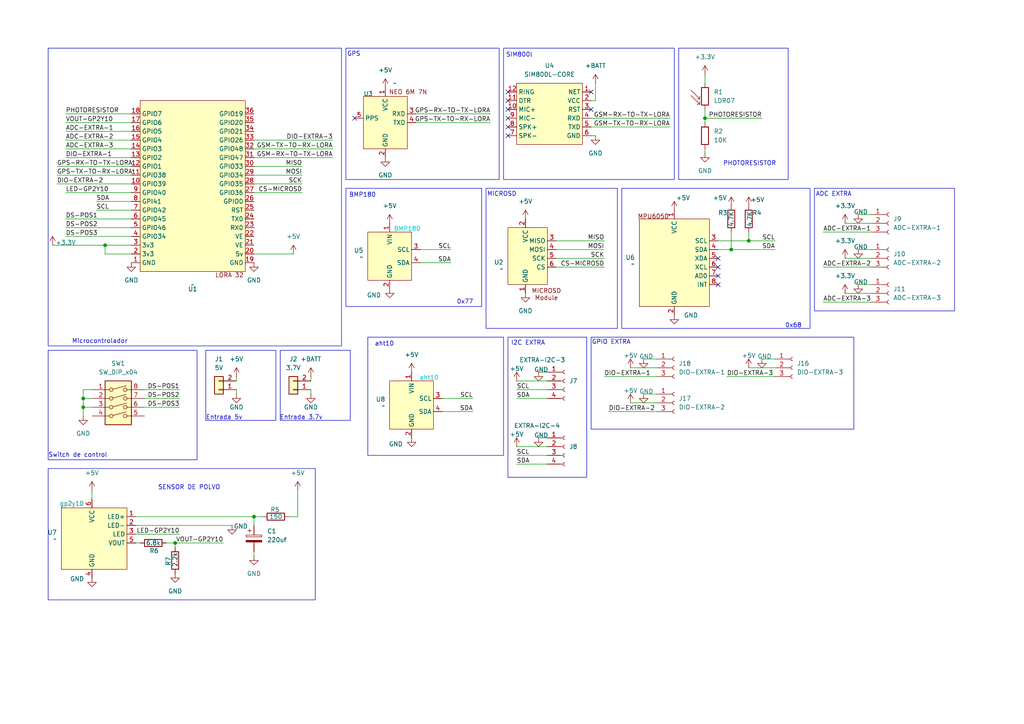
<source format=kicad_sch>
(kicad_sch (version 20231120) (generator "eeschema") (generator_version "8.0")
  (paper "A4")
  (lib_symbols
    (symbol "Connector:Conn_01x03_Socket" (pin_names (offset 1.016) hide)
      (property "Reference" "J" (at 0 5.08 0))
      (property "Value" "Conn_01x03_Socket" (at 0 -5.08 0))
      (symbol "Conn_01x03_Socket_1_1"
        (arc (start 0 -2.032) (mid -0.5058 -2.54) (end 0 -3.048) (stroke (width 0.1524)))
        (polyline (pts (xy -1.27 -2.54) (xy -0.508 -2.54)) (stroke (width 0.1524)))
        (polyline (pts (xy -1.27 0) (xy -0.508 0)) (stroke (width 0.1524)))
        (polyline (pts (xy -1.27 2.54) (xy -0.508 2.54)) (stroke (width 0.1524)))
        (arc (start 0 0.508) (mid -0.5058 0) (end 0 -0.508) (stroke (width 0.1524)))
        (arc (start 0 3.048) (mid -0.5058 2.54) (end 0 2.032) (stroke (width 0.1524)))
        (pin passive line (at -5.08 2.54 0) (length 3.81) (name "Pin_1") (number "1"))
        (pin passive line (at -5.08 0 0) (length 3.81) (name "Pin_2") (number "2"))
        (pin passive line (at -5.08 -2.54 0) (length 3.81) (name "Pin_3") (number "3"))
      )
    )
    (symbol "Connector:Conn_01x04_Socket" (pin_names (offset 1.016) hide)
      (property "Reference" "J" (at 0 5.08 0))
      (property "Value" "Conn_01x04_Socket" (at 0 -7.62 0))
      (symbol "Conn_01x04_Socket_1_1"
        (arc (start 0 -4.572) (mid -0.5058 -5.08) (end 0 -5.588) (stroke (width 0.1524)))
        (arc (start 0 -2.032) (mid -0.5058 -2.54) (end 0 -3.048) (stroke (width 0.1524)))
        (polyline (pts (xy -1.27 -5.08) (xy -0.508 -5.08)) (stroke (width 0.1524)))
        (polyline (pts (xy -1.27 -2.54) (xy -0.508 -2.54)) (stroke (width 0.1524)))
        (polyline (pts (xy -1.27 0) (xy -0.508 0)) (stroke (width 0.1524)))
        (polyline (pts (xy -1.27 2.54) (xy -0.508 2.54)) (stroke (width 0.1524)))
        (arc (start 0 0.508) (mid -0.5058 0) (end 0 -0.508) (stroke (width 0.1524)))
        (arc (start 0 3.048) (mid -0.5058 2.54) (end 0 2.032) (stroke (width 0.1524)))
        (pin passive line (at -5.08 2.54 0) (length 3.81) (name "Pin_1") (number "1"))
        (pin passive line (at -5.08 0 0) (length 3.81) (name "Pin_2") (number "2"))
        (pin passive line (at -5.08 -2.54 0) (length 3.81) (name "Pin_3") (number "3"))
        (pin passive line (at -5.08 -5.08 0) (length 3.81) (name "Pin_4") (number "4"))
      )
    )
    (symbol "Connector_Generic:Conn_01x02" (pin_names (offset 1.016) hide)
      (property "Reference" "J" (at 0 2.54 0))
      (property "Value" "Conn_01x02" (at 0 -5.08 0))
      (symbol "Conn_01x02_1_1"
        (rectangle (start -1.27 -2.413) (end 0 -2.667) (stroke (width 0.1524)))
        (rectangle (start -1.27 0.127) (end 0 -0.127) (stroke (width 0.1524)))
        (rectangle (start -1.27 1.27) (end 1.27 -3.81) (stroke (width 0.254)) (fill (type background)))
        (pin passive line (at -5.08 0 0) (length 3.81) (name "Pin_1") (number "1"))
        (pin passive line (at -5.08 -2.54 0) (length 3.81) (name "Pin_2") (number "2"))
      )
    )
    (symbol "Device:C_Polarized" (pin_numbers hide) (pin_names (offset 0.254))
      (property "Reference" "C" (at 0.635 2.54 0))
      (property "Value" "C_Polarized" (at 0.635 -2.54 0))
      (symbol "C_Polarized_0_1"
        (rectangle (start -2.286 0.508) (end 2.286 1.016))
        (polyline (pts (xy -1.778 2.286) (xy -0.762 2.286)))
        (polyline (pts (xy -1.27 2.794) (xy -1.27 1.778)))
        (rectangle (start 2.286 -0.508) (end -2.286 -1.016) (fill (type outline)))
      )
      (symbol "C_Polarized_1_1"
        (pin passive line (at 0 3.81 270) (length 2.794) (name "~") (number "1"))
        (pin passive line (at 0 -3.81 90) (length 2.794) (name "~") (number "2"))
      )
    )
    (symbol "Device:R" (pin_numbers hide) (pin_names (offset 0))
      (property "Reference" "R" (at 2.032 0 90))
      (property "Value" "R" (at 0 0 90))
      (symbol "R_0_1"
        (rectangle (start -1.016 -2.54) (end 1.016 2.54) (stroke (width 0.254)))
      )
      (symbol "R_1_1"
        (pin passive line (at 0 3.81 270) (length 1.27) (name "~") (number "1"))
        (pin passive line (at 0 -3.81 90) (length 1.27) (name "~") (number "2"))
      )
    )
    (symbol "Sensor_Optical:LDR07" (pin_numbers hide) (pin_names (offset 0))
      (property "Reference" "R" (at -5.08 0 90))
      (property "Value" "LDR07" (at 1.905 0 90))
      (symbol "LDR07_0_1"
        (rectangle (start -1.016 2.54) (end 1.016 -2.54) (stroke (width 0.254)))
        (polyline (pts (xy -1.524 -2.286) (xy -4.064 0.254)))
        (polyline (pts (xy -1.524 -2.286) (xy -2.286 -2.286)))
        (polyline (pts (xy -1.524 -2.286) (xy -1.524 -1.524)))
        (polyline (pts (xy -1.524 -0.762) (xy -4.064 1.778)))
        (polyline (pts (xy -1.524 -0.762) (xy -2.286 -0.762)))
        (polyline (pts (xy -1.524 -0.762) (xy -1.524 0)))
      )
      (symbol "LDR07_1_1"
        (pin passive line (at 0 3.81 270) (length 1.27) (name "~") (number "1"))
        (pin passive line (at 0 -3.81 90) (length 1.27) (name "~") (number "2"))
      )
    )
    (symbol "Switch:SW_DIP_x04" (pin_names (offset 0) hide)
      (property "Reference" "SW" (at 0 8.89 0))
      (property "Value" "SW_DIP_x04" (at 0 -6.35 0))
      (symbol "SW_DIP_x04_0_0"
        (circle (center -2.032 -2.54) (radius 0.508))
        (circle (center -2.032 0) (radius 0.508))
        (circle (center -2.032 2.54) (radius 0.508))
        (circle (center -2.032 5.08) (radius 0.508))
        (polyline (pts (xy -1.524 -2.3876) (xy 2.3622 -1.3462)))
        (polyline (pts (xy -1.524 0.127) (xy 2.3622 1.1684)))
        (polyline (pts (xy -1.524 2.667) (xy 2.3622 3.7084)))
        (polyline (pts (xy -1.524 5.207) (xy 2.3622 6.2484)))
        (circle (center 2.032 -2.54) (radius 0.508))
        (circle (center 2.032 0) (radius 0.508))
        (circle (center 2.032 2.54) (radius 0.508))
        (circle (center 2.032 5.08) (radius 0.508))
      )
      (symbol "SW_DIP_x04_0_1"
        (rectangle (start -3.81 7.62) (end 3.81 -5.08) (stroke (width 0.254)) (fill (type background)))
      )
      (symbol "SW_DIP_x04_1_1"
        (pin passive line (at -7.62 5.08 0) (length 5.08) (name "~") (number "1"))
        (pin passive line (at -7.62 2.54 0) (length 5.08) (name "~") (number "2"))
        (pin passive line (at -7.62 0 0) (length 5.08) (name "~") (number "3"))
        (pin passive line (at -7.62 -2.54 0) (length 5.08) (name "~") (number "4"))
        (pin passive line (at 7.62 -2.54 180) (length 5.08) (name "~") (number "5"))
        (pin passive line (at 7.62 0 180) (length 5.08) (name "~") (number "6"))
        (pin passive line (at 7.62 2.54 180) (length 5.08) (name "~") (number "7"))
        (pin passive line (at 7.62 5.08 180) (length 5.08) (name "~") (number "8"))
      )
    )
    (symbol "bmp180_module_1"
      (property "Reference" "U8" (at -7.62 -5.3311 0))
      (property "Value" "~" (at -7.62 -7.2362 0))
      (symbol "bmp180_module_1_1_1"
        (rectangle (start -6.35 0) (end 6.35 -13.97) (fill (type background)))
        (text "aht10" (at 5.08 1.016 0) (effects (font (size 1.27 1.27))))
        (pin power_in line (at 0 2.54 270) (length 2.54) (name "VIN") (number "1"))
        (pin power_in line (at 0 -16.51 90) (length 2.54) (name "GND") (number "2"))
        (pin output line (at 8.89 -5.08 180) (length 2.54) (name "SCL") (number "3"))
        (pin bidirectional line (at 8.89 -8.89 180) (length 2.54) (name "SDA") (number "4"))
      )
    )
    (symbol "cansat:GPS_neo_6m_7n"
      (property "Reference" "U" (at -6.096 -5.588 0))
      (symbol "GPS_neo_6m_7n_1_1"
        (rectangle (start -6.35 -6.35) (end 6.35 -21.59) (fill (type background)))
        (text "NEO 6M 7N" (at 6.604 -5.08 0) (effects (font (size 1.27 1.27))))
        (pin power_in line (at 0 -3.81 270) (length 2.54) (name "VCC") (number "1"))
        (pin power_in line (at 0 -24.13 90) (length 2.54) (name "GND") (number "2"))
        (pin input line (at 8.89 -11.43 180) (length 2.54) (name "RXD") (number "3"))
        (pin output line (at 8.89 -13.97 180) (length 2.54) (name "TXD") (number "4"))
        (pin output line (at -8.89 -12.7 0) (length 2.54) (name "PPS") (number "5"))
      )
    )
    (symbol "cansat:LORA32"
      (property "Reference" "U" (at -0.254 0.254 0))
      (symbol "LORA32_1_1"
        (rectangle (start -1.27 -1.27) (end 29.21 -50.8) (fill (type background)))
        (text "LORA 32" (at 24.638 -0.254 0) (effects (font (size 1.27 1.27))))
        (pin power_in line (at -3.81 -3.81 0) (length 2.54) (name "GND") (number "1"))
        (pin bidirectional line (at -3.81 -26.67 0) (length 2.54) (name "GPIO39") (number "10"))
        (pin bidirectional line (at -3.81 -29.21 0) (length 2.54) (name "GPIO38") (number "11"))
        (pin bidirectional line (at -3.81 -31.75 0) (length 2.54) (name "GPIO1") (number "12"))
        (pin bidirectional line (at -3.81 -34.29 0) (length 2.54) (name "GPIO2") (number "13"))
        (pin bidirectional line (at -3.81 -36.83 0) (length 2.54) (name "GPIO3") (number "14"))
        (pin bidirectional line (at -3.81 -39.37 0) (length 2.54) (name "GPIO4") (number "15"))
        (pin bidirectional line (at -3.81 -41.91 0) (length 2.54) (name "GPIO5") (number "16"))
        (pin bidirectional line (at -3.81 -44.45 0) (length 2.54) (name "GPIO6") (number "17"))
        (pin bidirectional line (at -3.81 -46.99 0) (length 2.54) (name "GPIO7") (number "18"))
        (pin power_in line (at 31.75 -3.81 180) (length 2.54) (name "GND") (number "19"))
        (pin power_in line (at -3.81 -6.35 0) (length 2.54) (name "3v3") (number "2"))
        (pin power_in line (at 31.75 -6.35 180) (length 2.54) (name "5v") (number "20"))
        (pin power_in line (at 31.75 -8.89 180) (length 2.54) (name "VE") (number "21"))
        (pin power_in line (at 31.75 -11.43 180) (length 2.54) (name "VE") (number "22"))
        (pin bidirectional line (at 31.75 -13.97 180) (length 2.54) (name "RX0") (number "23"))
        (pin bidirectional line (at 31.75 -16.51 180) (length 2.54) (name "TX0") (number "24"))
        (pin input line (at 31.75 -19.05 180) (length 2.54) (name "RST") (number "25"))
        (pin bidirectional line (at 31.75 -21.59 180) (length 2.54) (name "GPIO0") (number "26"))
        (pin bidirectional line (at 31.75 -24.13 180) (length 2.54) (name "GPIO36") (number "27"))
        (pin bidirectional line (at 31.75 -26.67 180) (length 2.54) (name "GPIO35") (number "28"))
        (pin bidirectional line (at 31.75 -29.21 180) (length 2.54) (name "GPIO34") (number "29"))
        (pin power_in line (at -3.81 -8.89 0) (length 2.54) (name "3v3") (number "3"))
        (pin bidirectional line (at 31.75 -31.75 180) (length 2.54) (name "GPIO33") (number "30"))
        (pin bidirectional line (at 31.75 -34.29 180) (length 2.54) (name "GPIO47") (number "31"))
        (pin bidirectional line (at 31.75 -36.83 180) (length 2.54) (name "GPIO48") (number "32"))
        (pin bidirectional line (at 31.75 -39.37 180) (length 2.54) (name "GPIO26") (number "33"))
        (pin bidirectional line (at 31.75 -41.91 180) (length 2.54) (name "GPIO21") (number "34"))
        (pin bidirectional line (at 31.75 -44.45 180) (length 2.54) (name "GPIO20") (number "35"))
        (pin bidirectional line (at 31.75 -46.99 180) (length 2.54) (name "GPIO19") (number "36"))
        (pin bidirectional line (at -3.81 -11.43 0) (length 2.54) (name "GPIO34") (number "4"))
        (pin bidirectional line (at -3.81 -13.97 0) (length 2.54) (name "GPIO46") (number "5"))
        (pin bidirectional line (at -3.81 -16.51 0) (length 2.54) (name "GPIO45") (number "6"))
        (pin bidirectional line (at -3.81 -19.05 0) (length 2.54) (name "GPIO42") (number "7"))
        (pin bidirectional line (at -3.81 -21.59 0) (length 2.54) (name "GPI41") (number "8"))
        (pin bidirectional line (at -3.81 -24.13 0) (length 2.54) (name "GPIO40") (number "9"))
      )
    )
    (symbol "cansat:MPU6050"
      (property "Reference" "U" (at 8.382 -1.016 0))
      (symbol "MPU6050_1_1"
        (rectangle (start -6.35 -2.54) (end 13.97 -27.94) (fill (type background)))
        (text "MPU6050" (at -2.286 -1.778 0) (effects (font (size 1.27 1.27))))
        (pin power_in line (at 3.81 0 270) (length 2.54) (name "VCC") (number "1"))
        (pin power_in line (at 3.81 -30.48 90) (length 2.54) (name "GND") (number "2"))
        (pin bidirectional line (at 16.51 -8.89 180) (length 2.54) (name "SCL") (number "3"))
        (pin bidirectional line (at 16.51 -11.43 180) (length 2.54) (name "SDA") (number "4"))
        (pin bidirectional line (at 16.51 -13.97 180) (length 2.54) (name "XDA") (number "5"))
        (pin bidirectional line (at 16.51 -16.51 180) (length 2.54) (name "XCL") (number "6"))
        (pin bidirectional line (at 16.51 -19.05 180) (length 2.54) (name "AD0") (number "7"))
        (pin bidirectional line (at 16.51 -21.59 180) (length 2.54) (name "INT") (number "8"))
      )
    )
    (symbol "cansat:bmp180_module"
      (property "Reference" "U" (at -5.842 1.016 0))
      (symbol "bmp180_module_1_1"
        (rectangle (start -6.35 0) (end 6.35 -13.97) (fill (type background)))
        (text "BMP180" (at 5.08 1.016 0) (effects (font (size 1.27 1.27))))
        (pin power_in line (at 0 2.54 270) (length 2.54) (name "VIN") (number "1"))
        (pin power_in line (at 0 -16.51 90) (length 2.54) (name "GND") (number "2"))
        (pin output line (at 8.89 -5.08 180) (length 2.54) (name "SCL") (number "3"))
        (pin bidirectional line (at 8.89 -8.89 180) (length 2.54) (name "SDA") (number "4"))
      )
    )
    (symbol "cansat:gy210"
      (property "Reference" "U" (at 0 0 0))
      (symbol "gy210_1_1"
        (rectangle (start -8.89 -7.62) (end 10.16 -25.4) (fill (type background)))
        (text "gp2y10" (at -5.842 -6.35 0) (effects (font (size 1.27 1.27))))
        (pin input line (at 12.7 -10.16 180) (length 2.54) (name "LED+") (number "1"))
        (pin input line (at 12.7 -12.7 180) (length 2.54) (name "LED-") (number "2"))
        (pin input line (at 12.7 -15.24 180) (length 2.54) (name "LED") (number "3"))
        (pin power_in line (at 0 -27.94 90) (length 2.54) (name "GND") (number "4"))
        (pin output line (at 12.7 -17.78 180) (length 2.54) (name "VOUT") (number "5"))
        (pin power_in line (at 0 -5.08 270) (length 2.54) (name "VCC") (number "6"))
      )
    )
    (symbol "cansat:microsd"
      (property "Reference" "U" (at -3.302 -1.524 0))
      (symbol "microsd_1_1"
        (rectangle (start -3.81 -2.54) (end 7.62 -19.05) (fill (type background)))
        (text "MICROSD\nModule" (at 7.366 -21.844 0) (effects (font (size 1.27 1.27))))
        (pin power_in line (at 1.27 -21.59 90) (length 2.54) (name "GND") (number "1"))
        (pin power_in line (at 1.27 0 270) (length 2.54) (name "VCC") (number "2"))
        (pin input line (at 10.16 -6.35 180) (length 2.54) (name "MISO") (number "3"))
        (pin input line (at 10.16 -8.89 180) (length 2.54) (name "MOSI") (number "4"))
        (pin input line (at 10.16 -11.43 180) (length 2.54) (name "SCK") (number "5"))
        (pin input line (at 10.16 -13.97 180) (length 2.54) (name "CS") (number "6"))
      )
    )
    (symbol "power:+5V" (power) (pin_numbers hide) (pin_names (offset 0) hide)
      (property "Value" "+5V" (at 0 3.556 0))
      (symbol "+5V_0_1"
        (polyline (pts (xy -0.762 1.27) (xy 0 2.54)))
        (polyline (pts (xy 0 0) (xy 0 2.54)))
        (polyline (pts (xy 0 2.54) (xy 0.762 1.27)))
      )
      (symbol "+5V_1_1"
        (pin power_in line (at 0 0 90) (length 0) (name "~") (number "1"))
      )
    )
    (symbol "power:+BATT" (power) (pin_numbers hide) (pin_names (offset 0) hide)
      (property "Value" "+BATT" (at 0 3.556 0))
      (symbol "+BATT_0_1"
        (polyline (pts (xy -0.762 1.27) (xy 0 2.54)))
        (polyline (pts (xy 0 0) (xy 0 2.54)))
        (polyline (pts (xy 0 2.54) (xy 0.762 1.27)))
      )
      (symbol "+BATT_1_1"
        (pin power_in line (at 0 0 90) (length 0) (name "~") (number "1"))
      )
    )
    (symbol "power:GND" (power) (pin_numbers hide) (pin_names (offset 0) hide)
      (property "Value" "GND" (at 0 -3.81 0))
      (symbol "GND_0_1"
        (polyline (pts (xy 0 0) (xy 0 -1.27) (xy 1.27 -1.27) (xy 0 -2.54) (xy -1.27 -1.27) (xy 0 -1.27)))
      )
      (symbol "GND_1_1"
        (pin power_in line (at 0 0 270) (length 0) (name "~") (number "1"))
      )
    )
    (symbol "sim800l-core:SIM800L-CORE"
      (property "Reference" "U" (at -7.62 8.89 0))
      (property "Value" "SIM800L-CORE" (at 0 -12.7 0))
      (symbol "SIM800L-CORE_0_1"
        (rectangle (start -8.89 7.62) (end 10.16 -10.16) (stroke (width 0.1524)) (fill (type background)))
      )
      (symbol "SIM800L-CORE_1_1"
        (pin bidirectional line (at -11.43 5.08 0) (length 2.54) (name "NET") (number "1"))
        (pin output line (at 12.7 0 180) (length 2.54) (name "MIC+") (number "10"))
        (pin passive line (at 12.7 2.54 180) (length 2.54) (name "DTR") (number "11"))
        (pin output line (at 12.7 5.08 180) (length 2.54) (name "RING") (number "12"))
        (pin power_in line (at -11.43 2.54 0) (length 2.54) (name "VCC") (number "2"))
        (pin input line (at -11.43 0 0) (length 2.54) (name "RST") (number "3"))
        (pin input line (at -11.43 -2.54 0) (length 2.54) (name "RXD") (number "4"))
        (pin output line (at -11.43 -5.08 0) (length 2.54) (name "TXD") (number "5"))
        (pin power_in line (at -11.43 -7.62 0) (length 2.54) (name "GND") (number "6"))
        (pin output line (at 12.7 -7.62 180) (length 2.54) (name "SPK-") (number "7"))
        (pin output line (at 12.7 -5.08 180) (length 2.54) (name "SPK+") (number "8"))
        (pin output line (at 12.7 -2.54 180) (length 2.54) (name "MIC-") (number "9"))
      )
    )
  )
  (junction (at 73.66 149.86))
  (junction (at 24.13 118.11))
  (junction (at 212.09 72.39))
  (junction (at 30.48 71.12))
  (junction (at 24.13 115.57))
  (junction (at 204.47 34.29))
  (junction (at 217.17 69.85))
  (junction (at 50.8 157.48))
  (no_connect (at 147.32 39.37))
  (no_connect (at 171.45 31.75))
  (no_connect (at 208.28 80.01))
  (no_connect (at 208.28 77.47))
  (no_connect (at 102.87 34.29))
  (no_connect (at 147.32 26.67))
  (no_connect (at 147.32 29.21))
  (no_connect (at 147.32 34.29))
  (no_connect (at 208.28 74.93))
  (no_connect (at 147.32 31.75))
  (no_connect (at 147.32 36.83))
  (no_connect (at 171.45 26.67))
  (no_connect (at 208.28 82.55))
  (wire (pts (xy 245.11 64.77) (xy 252.73 64.77)))
  (wire (pts (xy 208.28 72.39) (xy 212.09 72.39)))
  (wire (pts (xy 52.07 115.57) (xy 41.91 115.57)))
  (wire (pts (xy 175.26 109.22) (xy 190.5 109.22)))
  (wire (pts (xy 30.48 73.66) (xy 30.48 71.12)))
  (wire (pts (xy 238.76 87.63) (xy 252.73 87.63)))
  (wire (pts (xy 73.66 73.66) (xy 85.09 73.66)))
  (wire (pts (xy 130.81 72.39) (xy 121.92 72.39)))
  (wire (pts (xy 212.09 72.39) (xy 224.79 72.39)))
  (wire (pts (xy 142.24 35.56) (xy 120.65 35.56)))
  (wire (pts (xy 40.64 157.48) (xy 39.37 157.48)))
  (wire (pts (xy 245.11 74.93) (xy 252.73 74.93)))
  (wire (pts (xy 39.37 152.4) (xy 67.31 152.4)))
  (wire (pts (xy 19.05 55.88) (xy 38.1 55.88)))
  (wire (pts (xy 16.51 50.8) (xy 38.1 50.8)))
  (wire (pts (xy 248.92 72.39) (xy 252.73 72.39)))
  (wire (pts (xy 208.28 69.85) (xy 217.17 69.85)))
  (wire (pts (xy 171.45 39.37) (xy 172.72 39.37)))
  (wire (pts (xy 24.13 115.57) (xy 26.67 115.57)))
  (wire (pts (xy 238.76 77.47) (xy 252.73 77.47)))
  (wire (pts (xy 87.63 50.8) (xy 73.66 50.8)))
  (wire (pts (xy 248.92 62.23) (xy 252.73 62.23)))
  (wire (pts (xy 19.05 38.1) (xy 38.1 38.1)))
  (wire (pts (xy 19.05 66.04) (xy 38.1 66.04)))
  (wire (pts (xy 16.51 48.26) (xy 38.1 48.26)))
  (wire (pts (xy 39.37 149.86) (xy 73.66 149.86)))
  (wire (pts (xy 27.94 60.96) (xy 38.1 60.96)))
  (wire (pts (xy 87.63 48.26) (xy 73.66 48.26)))
  (wire (pts (xy 19.05 68.58) (xy 38.1 68.58)))
  (wire (pts (xy 137.16 119.38) (xy 128.27 119.38)))
  (wire (pts (xy 19.05 63.5) (xy 38.1 63.5)))
  (wire (pts (xy 86.36 142.24) (xy 86.36 149.86)))
  (wire (pts (xy 204.47 34.29) (xy 220.98 34.29)))
  (wire (pts (xy 68.58 114.3) (xy 68.58 113.03)))
  (wire (pts (xy 15.24 71.12) (xy 30.48 71.12)))
  (wire (pts (xy 38.1 73.66) (xy 30.48 73.66)))
  (wire (pts (xy 26.67 142.24) (xy 26.67 144.78)))
  (wire (pts (xy 41.91 113.03) (xy 52.07 113.03)))
  (wire (pts (xy 186.69 104.14) (xy 190.5 104.14)))
  (wire (pts (xy 137.16 115.57) (xy 128.27 115.57)))
  (wire (pts (xy 149.86 134.62) (xy 158.75 134.62)))
  (wire (pts (xy 73.66 161.29) (xy 73.66 160.02)))
  (wire (pts (xy 149.86 113.03) (xy 158.75 113.03)))
  (wire (pts (xy 30.48 71.12) (xy 38.1 71.12)))
  (wire (pts (xy 210.82 109.22) (xy 224.79 109.22)))
  (wire (pts (xy 73.66 149.86) (xy 76.2 149.86)))
  (wire (pts (xy 68.58 109.22) (xy 68.58 110.49)))
  (wire (pts (xy 50.8 157.48) (xy 64.77 157.48)))
  (wire (pts (xy 212.09 67.31) (xy 212.09 72.39)))
  (wire (pts (xy 149.86 129.54) (xy 158.75 129.54)))
  (wire (pts (xy 182.88 116.84) (xy 190.5 116.84)))
  (wire (pts (xy 176.53 119.38) (xy 190.5 119.38)))
  (wire (pts (xy 19.05 43.18) (xy 38.1 43.18)))
  (wire (pts (xy 130.81 76.2) (xy 121.92 76.2)))
  (wire (pts (xy 194.31 36.83) (xy 171.45 36.83)))
  (wire (pts (xy 248.92 82.55) (xy 252.73 82.55)))
  (wire (pts (xy 204.47 34.29) (xy 204.47 31.75)))
  (wire (pts (xy 24.13 118.11) (xy 26.67 118.11)))
  (wire (pts (xy 175.26 69.85) (xy 161.29 69.85)))
  (wire (pts (xy 96.52 45.72) (xy 73.66 45.72)))
  (wire (pts (xy 73.66 152.4) (xy 73.66 149.86)))
  (wire (pts (xy 87.63 53.34) (xy 73.66 53.34)))
  (wire (pts (xy 39.37 154.94) (xy 52.07 154.94)))
  (wire (pts (xy 19.05 35.56) (xy 38.1 35.56)))
  (wire (pts (xy 156.21 107.95) (xy 158.75 107.95)))
  (wire (pts (xy 194.31 34.29) (xy 171.45 34.29)))
  (wire (pts (xy 24.13 113.03) (xy 26.67 113.03)))
  (wire (pts (xy 86.36 149.86) (xy 83.82 149.86)))
  (wire (pts (xy 16.51 53.34) (xy 38.1 53.34)))
  (wire (pts (xy 52.07 118.11) (xy 41.91 118.11)))
  (wire (pts (xy 217.17 67.31) (xy 217.17 69.85)))
  (wire (pts (xy 156.21 127) (xy 158.75 127)))
  (wire (pts (xy 19.05 33.02) (xy 38.1 33.02)))
  (wire (pts (xy 87.63 55.88) (xy 73.66 55.88)))
  (wire (pts (xy 149.86 115.57) (xy 158.75 115.57)))
  (wire (pts (xy 96.52 40.64) (xy 73.66 40.64)))
  (wire (pts (xy 171.45 29.21) (xy 172.72 29.21)))
  (wire (pts (xy 217.17 69.85) (xy 224.79 69.85)))
  (wire (pts (xy 19.05 40.64) (xy 38.1 40.64)))
  (wire (pts (xy 172.72 29.21) (xy 172.72 24.13)))
  (wire (pts (xy 204.47 44.45) (xy 204.47 43.18)))
  (wire (pts (xy 220.98 104.14) (xy 224.79 104.14)))
  (wire (pts (xy 24.13 120.65) (xy 24.13 118.11)))
  (wire (pts (xy 50.8 157.48) (xy 50.8 158.75)))
  (wire (pts (xy 96.52 43.18) (xy 73.66 43.18)))
  (wire (pts (xy 90.17 109.22) (xy 90.17 110.49)))
  (wire (pts (xy 24.13 118.11) (xy 24.13 115.57)))
  (wire (pts (xy 50.8 157.48) (xy 48.26 157.48)))
  (wire (pts (xy 24.13 115.57) (xy 24.13 113.03)))
  (wire (pts (xy 217.17 106.68) (xy 224.79 106.68)))
  (wire (pts (xy 27.94 58.42) (xy 38.1 58.42)))
  (wire (pts (xy 204.47 21.59) (xy 204.47 24.13)))
  (wire (pts (xy 175.26 77.47) (xy 161.29 77.47)))
  (wire (pts (xy 149.86 132.08) (xy 158.75 132.08)))
  (wire (pts (xy 90.17 114.3) (xy 90.17 113.03)))
  (wire (pts (xy 142.24 33.02) (xy 120.65 33.02)))
  (wire (pts (xy 175.26 72.39) (xy 161.29 72.39)))
  (wire (pts (xy 182.88 106.68) (xy 190.5 106.68)))
  (wire (pts (xy 19.05 45.72) (xy 38.1 45.72)))
  (wire (pts (xy 149.86 110.49) (xy 158.75 110.49)))
  (wire (pts (xy 175.26 74.93) (xy 161.29 74.93)))
  (wire (pts (xy 204.47 35.56) (xy 204.47 34.29)))
  (wire (pts (xy 245.11 85.09) (xy 252.73 85.09)))
  (wire (pts (xy 238.76 67.31) (xy 252.73 67.31)))
  (wire (pts (xy 186.69 114.3) (xy 190.5 114.3)))
  (rectangle (start 59.69 101.6) (end 80.01 121.92))
  (rectangle (start 196.85 13.97) (end 228.6 52.07))
  (rectangle (start 81.28 101.6) (end 101.6 121.92))
  (rectangle (start 106.68 97.79) (end 146.05 132.08))
  (rectangle (start 13.97 13.97) (end 99.06 100.33))
  (rectangle (start 140.97 54.61) (end 179.07 95.25))
  (rectangle (start 171.45 97.79) (end 247.65 124.46))
  (rectangle (start 236.22 54.61) (end 276.86 90.17))
  (rectangle (start 147.32 97.79) (end 170.18 138.43))
  (rectangle (start 13.97 135.89) (end 91.44 173.99))
  (rectangle (start 13.97 101.6) (end 57.15 133.35))
  (rectangle (start 180.34 54.61) (end 234.95 95.25))
  (rectangle (start 100.33 13.97) (end 144.78 52.07))
  (rectangle (start 100.33 54.61) (end 139.7 88.9))
  (rectangle (start 146.05 13.97) (end 195.58 52.07))
  (text "SIM800l" (at 150.622 16.002 0) (effects (font (size 1.27 1.27))))
  (text "ADC EXTRA" (at 241.808 56.388 0) (effects (font (size 1.27 1.27))))
  (text "Switch de control\n" (at 22.606 132.08 0) (effects (font (size 1.27 1.27))))
  (text "PHOTORESISTOR" (at 217.424 47.498 0) (effects (font (size 1.27 1.27))))
  (text "aht10" (at 111.506 99.822 0) (effects (font (size 1.27 1.27))))
  (text "SENSOR DE POLVO" (at 54.864 141.478 0) (effects (font (size 1.27 1.27))))
  (text "0x77" (at 134.874 87.63 0) (effects (font (size 1.27 1.27))))
  (text "BMP180" (at 105.156 56.642 0) (effects (font (size 1.27 1.27))))
  (text "Entrada 5v\n" (at 65.024 121.158 0) (effects (font (size 1.27 1.27))))
  (text "GPS" (at 102.616 15.748 0) (effects (font (size 1.27 1.27))))
  (text "GPIO EXTRA" (at 177.292 99.314 0) (effects (font (size 1.27 1.27))))
  (text "0x68" (at 230.124 94.488 0) (effects (font (size 1.27 1.27))))
  (text "Entrada 3.7v\n" (at 87.376 121.158 0) (effects (font (size 1.27 1.27))))
  (text "I2C EXTRA" (at 153.162 99.568 0) (effects (font (size 1.27 1.27))))
  (text "Microcontrolador\n" (at 28.956 99.06 0) (effects (font (size 1.27 1.27))))
  (text "MICROSD" (at 145.542 56.388 0) (effects (font (size 1.27 1.27))))
  (label "SCK" (at 87.63 53.34 180))
  (label "PHOTORESISTOR" (at 19.05 33.02 0))
  (label "SCL" (at 149.86 113.03 0))
  (label "DIO-EXTRA-3" (at 96.52 40.64 180))
  (label "ADC-EXTRA-1" (at 238.76 67.31 0))
  (label "DS-POS1" (at 52.07 113.03 180))
  (label "ADC-EXTRA-2" (at 238.76 77.47 0))
  (label "PHOTORESISTOR" (at 220.98 34.29 180))
  (label "DS-POS3" (at 19.05 68.58 0))
  (label "MOSI" (at 87.63 50.8 180))
  (label "DIO-EXTRA-1" (at 19.05 45.72 0))
  (label "SDA" (at 149.86 115.57 0))
  (label "GSM-TX-TO-RX-LORA" (at 96.52 43.18 180))
  (label "SDA" (at 149.86 134.62 0))
  (label "DS-POS2" (at 19.05 66.04 0))
  (label "DIO-EXTRA-1" (at 175.26 109.22 0))
  (label "SDA" (at 224.79 72.39 180))
  (label "DIO-EXTRA-3" (at 210.82 109.22 0))
  (label "SCL" (at 149.86 132.08 0))
  (label "CS-MICROSD" (at 87.63 55.88 180))
  (label "SDA" (at 130.81 76.2 180))
  (label "DIO-EXTRA-2" (at 176.53 119.38 0))
  (label "GPS-TX-TO-RX-LORA" (at 16.51 50.8 0))
  (label "GSM-RX-TO-TX-LORA" (at 194.31 34.29 180))
  (label "DS-POS2" (at 52.07 115.57 180))
  (label "SCL" (at 130.81 72.39 180))
  (label "GPS-RX-TO-TX-LORA" (at 16.51 48.26 0))
  (label "DS-POS1" (at 19.05 63.5 0))
  (label "MOSI" (at 175.26 72.39 180))
  (label "MISO" (at 87.63 48.26 180))
  (label "SCK" (at 175.26 74.93 180))
  (label "GSM-RX-TO-TX-LORA" (at 96.52 45.72 180))
  (label "SCL" (at 27.94 60.96 0))
  (label "VOUT-GP2Y10" (at 19.05 35.56 0))
  (label "VOUT-GP2Y10" (at 64.77 157.48 180))
  (label "ADC-EXTRA-1" (at 19.05 38.1 0))
  (label "LED-GP2Y10" (at 52.07 154.94 180))
  (label "MISO" (at 175.26 69.85 180))
  (label "ADC-EXTRA-3" (at 19.05 43.18 0))
  (label "GPS-RX-TO-TX-LORA" (at 142.24 33.02 180))
  (label "SCL" (at 224.79 69.85 180))
  (label "ADC-EXTRA-3" (at 238.76 87.63 0))
  (label "SDA" (at 27.94 58.42 0))
  (label "GSM-TX-TO-RX-LORA" (at 194.31 36.83 180))
  (label "CS-MICROSD" (at 175.26 77.47 180))
  (label "DIO-EXTRA-2" (at 16.51 53.34 0))
  (label "DS-POS3" (at 52.07 118.11 180))
  (label "SCL" (at 137.16 115.57 180))
  (label "SDA" (at 137.16 119.38 180))
  (label "GPS-TX-TO-RX-LORA" (at 142.24 35.56 180))
  (label "ADC-EXTRA-2" (at 19.05 40.64 0))
  (label "LED-GP2Y10" (at 19.05 55.88 0))
  (symbol (lib_id "power:+5V") (at 217.17 106.68 0) (unit 1)
    (property "Reference" "#PWR041" (effects (hide yes)))
    (property "Value" "+5V" (at 217.17 103.124 0))
    (property "Description" "Power symbol creates a global label with name \"+5V\"" (effects (hide yes)))
  )
  (symbol (lib_id "power:+5V") (at 113.03 64.77 0) (unit 1)
    (property "Reference" "#PWR08" (effects (hide yes)))
    (property "Value" "+5V" (at 113.03 59.69 0))
    (property "Description" "Power symbol creates a global label with name \"+5V\"" (effects (hide yes)))
  )
  (symbol (lib_id "power:GND") (at 156.21 107.95 0) (unit 1)
    (property "Reference" "#PWR022" (effects (hide yes)))
    (property "Value" "GND" (at 156.972 107.188 0))
    (property "Description" "Power symbol creates a global label with name \"GND\" , ground" (effects (hide yes)))
  )
  (symbol (lib_id "power:GND") (at 68.58 114.3 0) (unit 1)
    (property "Reference" "#PWR013" (effects (hide yes)))
    (property "Value" "GND" (at 68.58 118.11 0))
    (property "Description" "Power symbol creates a global label with name \"GND\" , ground" (effects (hide yes)))
  )
  (symbol (lib_id "power:GND") (at 26.67 167.64 0) (unit 1)
    (property "Reference" "#PWR057" (effects (hide yes)))
    (property "Value" "GND" (at 22.352 167.894 0))
    (property "Description" "Power symbol creates a global label with name \"GND\" , ground" (effects (hide yes)))
  )
  (symbol (lib_id "Device:R") (at 80.01 149.86 270) (unit 1)
    (property "Reference" "R5" (at 79.756 147.828 90))
    (property "Value" "150" (at 80.01 149.86 90))
    (property "Footprint" "Resistor_THT:R_Axial_DIN0207_L6.3mm_D2.5mm_P10.16mm_Horizontal" (effects (hide yes)))
    (property "Description" "Resistor" (effects (hide yes)))
  )
  (symbol (lib_id "Connector:Conn_01x03_Socket") (at 195.58 116.84 0) (unit 1)
    (property "Reference" "J17" (at 196.85 115.5699 0) (effects (justify left)))
    (property "Value" "DIO-EXTRA-2" (at 196.85 118.1099 0) (effects (justify left)))
    (property "Footprint" "Connector_PinHeader_2.54mm:PinHeader_1x03_P2.54mm_Vertical" (effects (hide yes)))
    (property "Description" "Generic connector, single row, 01x03, script generated" (effects (hide yes)))
  )
  (symbol (lib_id "power:+5V") (at 68.58 109.22 0) (unit 1)
    (property "Reference" "#PWR014" (effects (hide yes)))
    (property "Value" "+5V" (at 68.58 104.14 0))
    (property "Description" "Power symbol creates a global label with name \"+5V\"" (effects (hide yes)))
  )
  (symbol (lib_id "power:+5V") (at 212.09 59.69 0) (unit 1)
    (property "Reference" "#PWR054" (effects (hide yes)))
    (property "Value" "+5V" (at 208.788 57.404 0))
    (property "Description" "Power symbol creates a global label with name \"+5V\"" (effects (hide yes)))
  )
  (symbol (lib_id "cansat:gy210") (at 26.67 139.7 0) (unit 1)
    (property "Reference" "U7" (at 16.51 154.4291 0) (effects (justify right)))
    (property "Value" "~" (at 16.51 156.3342 0) (effects (justify right)))
    (property "Footprint" "Connector_PinHeader_2.54mm:PinHeader_1x06_P2.54mm_Vertical" (effects (hide yes)))
  )
  (symbol (lib_id "power:+5V") (at 182.88 116.84 0) (unit 1)
    (property "Reference" "#PWR047" (effects (hide yes)))
    (property "Value" "+5V" (at 182.88 113.284 0))
    (property "Description" "Power symbol creates a global label with name \"+5V\"" (effects (hide yes)))
  )
  (symbol (lib_id "power:GND") (at 113.03 83.82 0) (unit 1)
    (property "Reference" "#PWR01" (effects (hide yes)))
    (property "Value" "GND" (at 108.458 85.598 0))
    (property "Description" "Power symbol creates a global label with name \"GND\" , ground" (effects (hide yes)))
  )
  (symbol (lib_id "power:GND") (at 67.31 152.4 0) (unit 1)
    (property "Reference" "#PWR060" (effects (hide yes)))
    (property "Value" "GND" (at 69.85 152.654 0))
    (property "Description" "Power symbol creates a global label with name \"GND\" , ground" (effects (hide yes)))
  )
  (symbol (lib_id "power:+5V") (at 86.36 142.24 0) (unit 1)
    (property "Reference" "#PWR058" (effects (hide yes)))
    (property "Value" "+5V" (at 86.36 137.16 0))
    (property "Description" "Power symbol creates a global label with name \"+5V\"" (effects (hide yes)))
  )
  (symbol (lib_id "power:GND") (at 248.92 72.39 0) (unit 1)
    (property "Reference" "#PWR036" (effects (hide yes)))
    (property "Value" "GND" (at 249.682 71.628 0))
    (property "Description" "Power symbol creates a global label with name \"GND\" , ground" (effects (hide yes)))
  )
  (symbol (lib_id "power:+5V") (at 245.11 85.09 0) (unit 1)
    (property "Reference" "#PWR037" (effects (hide yes)))
    (property "Value" "+3.3V" (at 245.11 80.01 0))
    (property "Description" "Power symbol creates a global label with name \"+5V\"" (effects (hide yes)))
  )
  (symbol (lib_id "power:+5V") (at 217.17 59.69 0) (unit 1)
    (property "Reference" "#PWR055" (effects (hide yes)))
    (property "Value" "+5V" (at 219.71 57.912 0))
    (property "Description" "Power symbol creates a global label with name \"+5V\"" (effects (hide yes)))
  )
  (symbol (lib_id "Connector:Conn_01x03_Socket") (at 257.81 74.93 0) (unit 1)
    (property "Reference" "J10" (at 259.08 73.6599 0) (effects (justify left)))
    (property "Value" "ADC-EXTRA-2" (at 259.08 76.1999 0) (effects (justify left)))
    (property "Footprint" "Connector_PinHeader_2.54mm:PinHeader_1x03_P2.54mm_Vertical" (effects (hide yes)))
    (property "Description" "Generic connector, single row, 01x03, script generated" (effects (hide yes)))
  )
  (symbol (lib_id "Device:R") (at 50.8 162.56 0) (unit 1)
    (property "Reference" "R7" (at 48.768 162.814 90))
    (property "Value" "2.2k" (at 50.8 162.306 90))
    (property "Footprint" "Resistor_THT:R_Axial_DIN0207_L6.3mm_D2.5mm_P10.16mm_Horizontal" (effects (hide yes)))
    (property "Description" "Resistor" (effects (hide yes)))
  )
  (symbol (lib_id "Connector:Conn_01x03_Socket") (at 257.81 64.77 0) (unit 1)
    (property "Reference" "J9" (at 259.08 63.4999 0) (effects (justify left)))
    (property "Value" "ADC-EXTRA-1" (at 259.08 66.0399 0) (effects (justify left)))
    (property "Footprint" "Connector_PinHeader_2.54mm:PinHeader_1x03_P2.54mm_Vertical" (effects (hide yes)))
    (property "Description" "Generic connector, single row, 01x03, script generated" (effects (hide yes)))
  )
  (symbol (lib_id "Connector:Conn_01x04_Socket") (at 163.83 110.49 0) (unit 1)
    (property "Reference" "J7" (at 165.1 110.4899 0) (effects (justify left)))
    (property "Value" "EXTRA-I2C-3" (at 150.622 104.394 0) (effects (justify left)))
    (property "Footprint" "Connector_PinHeader_2.54mm:PinHeader_1x04_P2.54mm_Vertical" (effects (hide yes)))
    (property "Description" "Generic connector, single row, 01x04, script generated" (effects (hide yes)))
  )
  (symbol (lib_id "power:GND") (at 220.98 104.14 0) (unit 1)
    (property "Reference" "#PWR042" (effects (hide yes)))
    (property "Value" "GND" (at 221.742 103.378 0))
    (property "Description" "Power symbol creates a global label with name \"GND\" , ground" (effects (hide yes)))
  )
  (symbol (lib_id "power:+BATT") (at 90.17 109.22 0) (unit 1)
    (property "Reference" "#PWR015" (effects (hide yes)))
    (property "Value" "+BATT" (at 90.17 104.14 0))
    (property "Description" "Power symbol creates a global label with name \"+BATT\"" (effects (hide yes)))
  )
  (symbol (lib_id "power:+5V") (at 195.58 60.96 0) (unit 1)
    (property "Reference" "#PWR052" (effects (hide yes)))
    (property "Value" "+5V" (at 198.12 57.404 0))
    (property "Description" "Power symbol creates a global label with name \"+5V\"" (effects (hide yes)))
  )
  (symbol (lib_id "power:GND") (at 73.66 161.29 0) (unit 1)
    (property "Reference" "#PWR059" (effects (hide yes)))
    (property "Value" "GND" (at 73.66 166.37 0))
    (property "Description" "Power symbol creates a global label with name \"GND\" , ground" (effects (hide yes)))
  )
  (symbol (lib_id "Connector:Conn_01x03_Socket") (at 257.81 85.09 0) (unit 1)
    (property "Reference" "J11" (at 259.08 83.8199 0) (effects (justify left)))
    (property "Value" "ADC-EXTRA-3" (at 259.08 86.3599 0) (effects (justify left)))
    (property "Footprint" "Connector_PinHeader_2.54mm:PinHeader_1x03_P2.54mm_Vertical" (effects (hide yes)))
    (property "Description" "Generic connector, single row, 01x03, script generated" (effects (hide yes)))
  )
  (symbol (lib_id "power:GND") (at 73.66 76.2 0) (unit 1)
    (property "Reference" "#PWR010" (effects (hide yes)))
    (property "Value" "GND" (at 73.66 81.28 0))
    (property "Description" "Power symbol creates a global label with name \"GND\" , ground" (effects (hide yes)))
  )
  (symbol (lib_id "Connector_Generic:Conn_01x02") (at 63.5 113.03 180) (unit 1)
    (property "Reference" "J1" (at 63.5 104.14 0))
    (property "Value" "5V" (at 63.5 106.68 0))
    (property "Footprint" "Connector_PinHeader_2.54mm:PinHeader_1x02_P2.54mm_Vertical" (effects (hide yes)))
    (property "Description" "Generic connector, single row, 01x02, script generated (kicad-library-utils/schlib/autogen/connector/)" (effects (hide yes)))
  )
  (symbol (lib_id "power:+5V") (at 152.4 63.5 0) (unit 1)
    (property "Reference" "#PWR07" (effects (hide yes)))
    (property "Value" "+5V" (at 152.4 58.42 0))
    (property "Description" "Power symbol creates a global label with name \"+5V\"" (effects (hide yes)))
  )
  (symbol (lib_id "Connector_Generic:Conn_01x02") (at 85.09 113.03 180) (unit 1)
    (property "Reference" "J2" (at 85.09 104.14 0))
    (property "Value" "3.7V" (at 85.09 106.68 0))
    (property "Footprint" "Connector_PinHeader_2.54mm:PinHeader_1x02_P2.54mm_Vertical" (effects (hide yes)))
    (property "Description" "Generic connector, single row, 01x02, script generated (kicad-library-utils/schlib/autogen/connector/)" (effects (hide yes)))
  )
  (symbol (lib_id "power:+5V") (at 182.88 106.68 0) (unit 1)
    (property "Reference" "#PWR043" (effects (hide yes)))
    (property "Value" "+5V" (at 182.88 103.124 0))
    (property "Description" "Power symbol creates a global label with name \"+5V\"" (effects (hide yes)))
  )
  (symbol (lib_id "Device:C_Polarized") (at 73.66 156.21 0) (unit 1)
    (property "Reference" "C1" (at 77.47 154.0509 0) (effects (justify left)))
    (property "Value" "220uf" (at 77.47 156.5909 0) (effects (justify left)))
    (property "Footprint" "Capacitor_THT:CP_Radial_D5.0mm_P2.50mm" (effects (hide yes)))
    (property "Description" "Polarized capacitor" (effects (hide yes)))
  )
  (symbol (lib_id "cansat:MPU6050") (at 191.77 60.96 0) (unit 1)
    (property "Reference" "U6" (at 184.15 74.6731 0) (effects (justify right)))
    (property "Value" "~" (at 184.15 76.5782 0) (effects (justify right)))
    (property "Footprint" "usini_sensors:module_mpu6050" (effects (hide yes)))
  )
  (symbol (lib_id "Connector:Conn_01x03_Socket") (at 195.58 106.68 0) (unit 1)
    (property "Reference" "J18" (at 196.85 105.4099 0) (effects (justify left)))
    (property "Value" "DIO-EXTRA-1" (at 196.85 107.9499 0) (effects (justify left)))
    (property "Footprint" "Connector_PinHeader_2.54mm:PinHeader_1x03_P2.54mm_Vertical" (effects (hide yes)))
    (property "Description" "Generic connector, single row, 01x03, script generated" (effects (hide yes)))
  )
  (symbol (lib_id "power:+BATT") (at 172.72 24.13 0) (unit 1)
    (property "Reference" "#PWR05" (effects (hide yes)))
    (property "Value" "+BATT" (at 172.72 19.05 0))
    (property "Description" "Power symbol creates a global label with name \"+BATT\"" (effects (hide yes)))
  )
  (symbol (lib_id "Device:R") (at 204.47 39.37 0) (unit 1)
    (property "Reference" "R2" (at 207.01 38.0999 0) (effects (justify left)))
    (property "Value" "10K" (at 207.01 40.6399 0) (effects (justify left)))
    (property "Footprint" "Resistor_THT:R_Axial_DIN0207_L6.3mm_D2.5mm_P10.16mm_Horizontal" (effects (hide yes)))
    (property "Description" "Resistor" (effects (hide yes)))
  )
  (symbol (lib_id "power:GND") (at 204.47 44.45 0) (unit 1)
    (property "Reference" "#PWR050" (effects (hide yes)))
    (property "Value" "GND" (at 204.47 49.53 0))
    (property "Description" "Power symbol creates a global label with name \"GND\" , ground" (effects (hide yes)))
  )
  (symbol (lib_id "power:GND") (at 38.1 76.2 0) (unit 1)
    (property "Reference" "#PWR011" (effects (hide yes)))
    (property "Value" "GND" (at 38.1 81.28 0))
    (property "Description" "Power symbol creates a global label with name \"GND\" , ground" (effects (hide yes)))
  )
  (symbol (lib_id "power:GND") (at 195.58 91.44 0) (unit 1)
    (property "Reference" "#PWR053" (effects (hide yes)))
    (property "Value" "GND" (at 200.406 91.44 0))
    (property "Description" "Power symbol creates a global label with name \"GND\" , ground" (effects (hide yes)))
  )
  (symbol (lib_id "power:+5V") (at 245.11 74.93 0) (unit 1)
    (property "Reference" "#PWR035" (effects (hide yes)))
    (property "Value" "+3.3V" (at 245.11 69.85 0))
    (property "Description" "Power symbol creates a global label with name \"+5V\"" (effects (hide yes)))
  )
  (symbol (lib_id "power:GND") (at 90.17 114.3 0) (unit 1)
    (property "Reference" "#PWR016" (effects (hide yes)))
    (property "Value" "GND" (at 90.17 118.11 0))
    (property "Description" "Power symbol creates a global label with name \"GND\" , ground" (effects (hide yes)))
  )
  (symbol (lib_id "Connector:Conn_01x03_Socket") (at 229.87 106.68 0) (unit 1)
    (property "Reference" "J16" (at 231.14 105.4099 0) (effects (justify left)))
    (property "Value" "DIO-EXTRA-3" (at 231.14 107.9499 0) (effects (justify left)))
    (property "Footprint" "Connector_PinHeader_2.54mm:PinHeader_1x03_P2.54mm_Vertical" (effects (hide yes)))
    (property "Description" "Generic connector, single row, 01x03, script generated" (effects (hide yes)))
  )
  (symbol (lib_id "power:GND") (at 50.8 166.37 0) (unit 1)
    (property "Reference" "#PWR061" (effects (hide yes)))
    (property "Value" "GND" (at 50.8 171.45 0))
    (property "Description" "Power symbol creates a global label with name \"GND\" , ground" (effects (hide yes)))
  )
  (symbol (lib_id "power:+5V") (at 204.47 21.59 0) (unit 1)
    (property "Reference" "#PWR049" (effects (hide yes)))
    (property "Value" "+3.3V" (at 204.47 16.51 0))
    (property "Description" "Power symbol creates a global label with name \"+5V\"" (effects (hide yes)))
  )
  (symbol (lib_id "power:+5V") (at 119.38 107.95 0) (unit 1)
    (property "Reference" "#PWR017" (effects (hide yes)))
    (property "Value" "+5V" (at 119.38 102.87 0))
    (property "Description" "Power symbol creates a global label with name \"+5V\"" (effects (hide yes)))
  )
  (symbol (lib_id "power:GND") (at 248.92 62.23 0) (unit 1)
    (property "Reference" "#PWR034" (effects (hide yes)))
    (property "Value" "GND" (at 249.682 61.468 0))
    (property "Description" "Power symbol creates a global label with name \"GND\" , ground" (effects (hide yes)))
  )
  (symbol (lib_id "Device:R") (at 217.17 63.5 0) (unit 1)
    (property "Reference" "R4" (at 218.186 61.722 0) (effects (justify left)))
    (property "Value" "4.7K" (at 217.424 65.786 90) (effects (justify left)))
    (property "Footprint" "Resistor_THT:R_Axial_DIN0207_L6.3mm_D2.5mm_P10.16mm_Horizontal" (effects (hide yes)))
    (property "Description" "Resistor" (effects (hide yes)))
  )
  (symbol (lib_id "power:GND") (at 186.69 114.3 0) (unit 1)
    (property "Reference" "#PWR048" (effects (hide yes)))
    (property "Value" "GND" (at 187.452 113.538 0))
    (property "Description" "Power symbol creates a global label with name \"GND\" , ground" (effects (hide yes)))
  )
  (symbol (lib_id "power:+5V") (at 149.86 129.54 0) (unit 1)
    (property "Reference" "#PWR023" (effects (hide yes)))
    (property "Value" "+5V" (at 149.86 125.984 0))
    (property "Description" "Power symbol creates a global label with name \"+5V\"" (effects (hide yes)))
  )
  (symbol (lib_id "power:GND") (at 119.38 127 0) (unit 1)
    (property "Reference" "#PWR018" (effects (hide yes)))
    (property "Value" "GND" (at 114.808 128.778 0))
    (property "Description" "Power symbol creates a global label with name \"GND\" , ground" (effects (hide yes)))
  )
  (symbol (lib_id "cansat:GPS_neo_6m_7n") (at 111.76 21.59 0) (unit 1)
    (property "Reference" "U3" (at 105.41 27.178 0) (effects (justify left)))
    (property "Value" "~" (at 113.9541 24.13 0) (effects (justify left)))
    (property "Footprint" "Library:neo6 gps module" (effects (hide yes)))
  )
  (symbol (lib_id "Connector:Conn_01x04_Socket") (at 163.83 129.54 0) (unit 1)
    (property "Reference" "J8" (at 165.1 129.5399 0) (effects (justify left)))
    (property "Value" "EXTRA-I2C-4" (at 149.098 123.444 0) (effects (justify left)))
    (property "Footprint" "Connector_PinHeader_2.54mm:PinHeader_1x04_P2.54mm_Vertical" (effects (hide yes)))
    (property "Description" "Generic connector, single row, 01x04, script generated" (effects (hide yes)))
  )
  (symbol (lib_id "Sensor_Optical:LDR07") (at 204.47 27.94 0) (unit 1)
    (property "Reference" "R1" (at 207.01 26.6699 0) (effects (justify left)))
    (property "Value" "LDR07" (at 207.01 29.2099 0) (effects (justify left)))
    (property "Footprint" "OptoDevice:R_LDR_5.1x4.3mm_P3.4mm_Vertical" (effects (hide yes)))
    (property "Datasheet" "http://www.tme.eu/de/Document/f2e3ad76a925811312d226c31da4cd7e/LDR07.pdf" (effects (hide yes)))
    (property "Description" "light dependent resistor" (effects (hide yes)))
  )
  (symbol (lib_id "power:GND") (at 248.92 82.55 0) (unit 1)
    (property "Reference" "#PWR038" (effects (hide yes)))
    (property "Value" "GND" (at 249.682 81.788 0))
    (property "Description" "Power symbol creates a global label with name \"GND\" , ground" (effects (hide yes)))
  )
  (symbol (lib_id "cansat:microsd") (at 151.13 63.5 0) (unit 1)
    (property "Reference" "U2" (at 146.05 76.0789 0) (effects (justify right)))
    (property "Value" "~" (at 146.05 77.984 0) (effects (justify right)))
    (property "Footprint" "Library:micro sd" (effects (hide yes)))
  )
  (symbol (lib_id "power:+5V") (at 15.24 71.12 0) (unit 1)
    (property "Reference" "#PWR051" (effects (hide yes)))
    (property "Value" "+3.3V" (at 19.05 70.358 0))
    (property "Description" "Power symbol creates a global label with name \"+5V\"" (effects (hide yes)))
  )
  (symbol (lib_id "power:+5V") (at 149.86 110.49 0) (unit 1)
    (property "Reference" "#PWR021" (effects (hide yes)))
    (property "Value" "+5V" (at 149.86 106.934 0))
    (property "Description" "Power symbol creates a global label with name \"+5V\"" (effects (hide yes)))
  )
  (symbol (lib_id "cansat:LORA32") (at 41.91 80.01 0) (mirror x) (unit 1)
    (property "Reference" "U1" (at 55.88 83.82 0))
    (property "Value" "~" (at 55.88 82.55 0))
    (property "Footprint" "Library:MODULE_WIFI_KIT_32__V3_" (effects (hide yes)))
  )
  (symbol (lib_id "power:GND") (at 152.4 85.09 0) (unit 1)
    (property "Reference" "#PWR04" (effects (hide yes)))
    (property "Value" "GND" (at 152.4 90.17 0))
    (property "Description" "Power symbol creates a global label with name \"GND\" , ground" (effects (hide yes)))
  )
  (symbol (lib_id "power:GND") (at 111.76 45.72 0) (unit 1)
    (property "Reference" "#PWR02" (effects (hide yes)))
    (property "Value" "GND" (at 111.76 50.8 0))
    (property "Description" "Power symbol creates a global label with name \"GND\" , ground" (effects (hide yes)))
  )
  (symbol (lib_id "sim800l-core:SIM800L-CORE") (at 160.02 31.75 0) (mirror y) (unit 1)
    (property "Reference" "U4" (at 159.385 19.05 0))
    (property "Value" "SIM800L-CORE" (at 159.385 21.59 0))
    (property "Footprint" "Library:SIM800L-CORE" (effects (hide yes)))
  )
  (symbol (lib_id "power:GND") (at 186.69 104.14 0) (unit 1)
    (property "Reference" "#PWR044" (effects (hide yes)))
    (property "Value" "GND" (at 187.452 103.378 0))
    (property "Description" "Power symbol creates a global label with name \"GND\" , ground" (effects (hide yes)))
  )
  (symbol (lib_name "bmp180_module_1") (lib_id "cansat:bmp180_module") (at 119.38 110.49 0) (unit 1)
    (property "Reference" "U8" (at 111.76 115.8211 0) (effects (justify right)))
    (property "Value" "~" (at 111.76 117.7262 0) (effects (justify right)))
    (property "Footprint" "usini_sensors:module_bmp180" (effects (hide yes)))
  )
  (symbol (lib_id "power:GND") (at 156.21 127 0) (unit 1)
    (property "Reference" "#PWR024" (effects (hide yes)))
    (property "Value" "GND" (at 156.972 126.238 0))
    (property "Description" "Power symbol creates a global label with name \"GND\" , ground" (effects (hide yes)))
  )
  (symbol (lib_id "power:+5V") (at 245.11 64.77 0) (unit 1)
    (property "Reference" "#PWR033" (effects (hide yes)))
    (property "Value" "+3.3V" (at 245.11 59.69 0))
    (property "Description" "Power symbol creates a global label with name \"+5V\"" (effects (hide yes)))
  )
  (symbol (lib_id "power:GND") (at 24.13 120.65 0) (unit 1)
    (property "Reference" "#PWR012" (effects (hide yes)))
    (property "Value" "GND" (at 24.13 125.73 0))
    (property "Description" "Power symbol creates a global label with name \"GND\" , ground" (effects (hide yes)))
  )
  (symbol (lib_id "power:+5V") (at 111.76 25.4 0) (unit 1)
    (property "Reference" "#PWR06" (effects (hide yes)))
    (property "Value" "+5V" (at 111.76 20.32 0))
    (property "Description" "Power symbol creates a global label with name \"+5V\"" (effects (hide yes)))
  )
  (symbol (lib_id "Device:R") (at 44.45 157.48 270) (unit 1)
    (property "Reference" "R6" (at 44.704 159.766 90))
    (property "Value" "6.8k" (at 44.45 157.48 90))
    (property "Footprint" "Resistor_THT:R_Axial_DIN0207_L6.3mm_D2.5mm_P10.16mm_Horizontal" (effects (hide yes)))
    (property "Description" "Resistor" (effects (hide yes)))
  )
  (symbol (lib_id "power:GND") (at 172.72 39.37 0) (unit 1)
    (property "Reference" "#PWR03" (effects (hide yes)))
    (property "Value" "GND" (at 172.72 44.45 0))
    (property "Description" "Power symbol creates a global label with name \"GND\" , ground" (effects (hide yes)))
  )
  (symbol (lib_id "power:+5V") (at 26.67 142.24 0) (unit 1)
    (property "Reference" "#PWR056" (effects (hide yes)))
    (property "Value" "+5V" (at 26.67 137.16 0))
    (property "Description" "Power symbol creates a global label with name \"+5V\"" (effects (hide yes)))
  )
  (symbol (lib_id "Device:R") (at 212.09 63.5 0) (unit 1)
    (property "Reference" "R3" (at 208.28 61.722 0) (effects (justify left)))
    (property "Value" "4.7K" (at 212.09 65.786 90) (effects (justify left)))
    (property "Footprint" "Resistor_THT:R_Axial_DIN0207_L6.3mm_D2.5mm_P10.16mm_Horizontal" (effects (hide yes)))
    (property "Description" "Resistor" (effects (hide yes)))
  )
  (symbol (lib_id "cansat:bmp180_module") (at 113.03 67.31 0) (unit 1)
    (property "Reference" "U5" (at 105.41 72.6411 0) (effects (justify right)))
    (property "Value" "~" (at 105.41 74.5462 0) (effects (justify right)))
    (property "Footprint" "usini_sensors:module_bmp180" (effects (hide yes)))
  )
  (symbol (lib_id "Switch:SW_DIP_x04") (at 34.29 118.11 0) (unit 1)
    (property "Reference" "SW1" (at 34.29 105.41 0))
    (property "Value" "SW_DIP_x04" (at 34.29 107.95 0))
    (property "Footprint" "Button_Switch_THT:SW_DIP_SPSTx04_Slide_9.78x12.34mm_W7.62mm_P2.54mm" (effects (hide yes)))
    (property "Description" "4x DIP Switch, Single Pole Single Throw (SPST) switch, small symbol" (effects (hide yes)))
  )
  (symbol (lib_id "power:+5V") (at 85.09 73.66 0) (unit 1)
    (property "Reference" "#PWR09" (effects (hide yes)))
    (property "Value" "+5V" (at 85.09 68.58 0))
    (property "Description" "Power symbol creates a global label with name \"+5V\"" (effects (hide yes)))
  )
)
</source>
